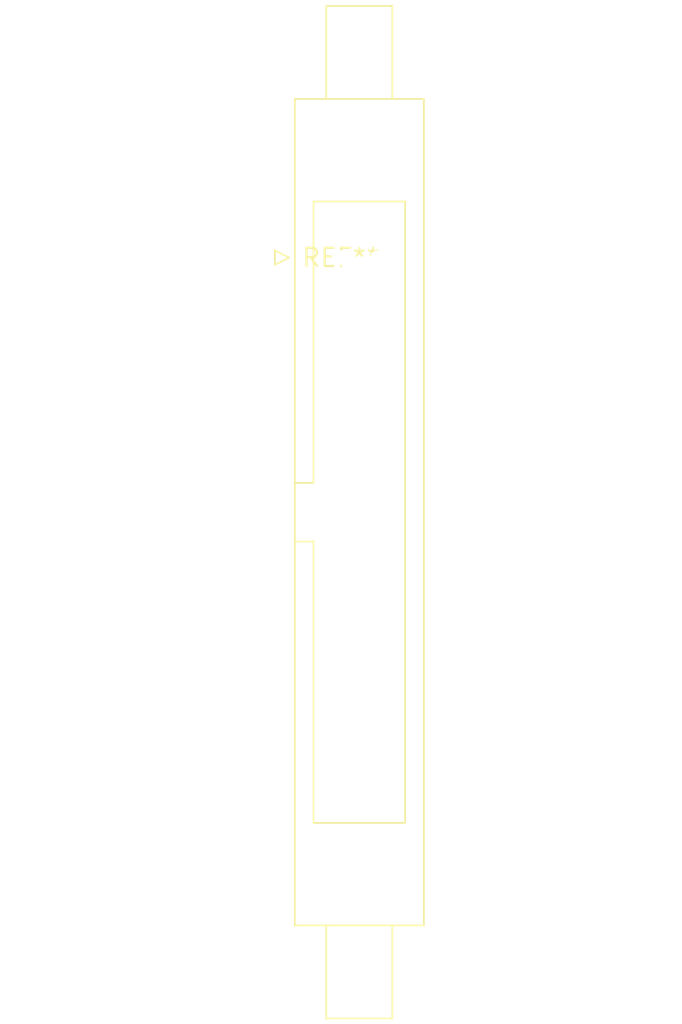
<source format=kicad_pcb>
(kicad_pcb (version 20240108) (generator pcbnew)
  (layers (0 "F.Cu" signal) (31 "B.Cu" signal) (34 "B.Paste" user) (35 "F.Paste" user) (36 "B.SilkS" user "B.Silkscreen") (37 "F.SilkS" user "F.Silkscreen") (38 "B.Mask" user) (39 "F.Mask" user) (44 "Edge.Cuts" user))
  (net 0 "")
  (footprint "IDC-Header_2x15_P2.54mm_Latch6.5mm_Vertical" (layer "F.Cu") (at 0 0)
    (property "Reference" "REF**")
    (property "Value" "IDC-Header_2x15_P2.54mm_Latch6.5mm_Vertical")
    (fp_line (start -4.63 -0.5) (end -4.63 0.5) (layer "F.SilkS") (stroke (width 0.12)))
    (fp_line (start -4.63 0.5) (end -3.63 0) (layer "F.SilkS") (stroke (width 0.12)))
    (fp_line (start -3.63 0) (end -4.63 -0.5) (layer "F.SilkS") (stroke (width 0.12)))
    (fp_line (start -3.24 -11.08) (end 5.78 -11.08) (layer "F.SilkS") (stroke (width 0.12)))
    (fp_line (start -3.24 15.73) (end -1.93 15.73) (layer "F.SilkS") (stroke (width 0.12)))
    (fp_line (start -3.24 46.64) (end -3.24 -11.08) (layer "F.SilkS") (stroke (width 0.12)))
    (fp_line (start -1.93 -3.92) (end 4.47 -3.92) (layer "F.SilkS") (stroke (width 0.12)))
    (fp_line (start -1.93 15.73) (end -1.93 -3.92) (layer "F.SilkS") (stroke (width 0.12)))
    (fp_line (start -1.93 19.83) (end -3.24 19.83) (layer "F.SilkS") (stroke (width 0.12)))
    (fp_line (start -1.93 19.83) (end -1.93 19.83) (layer "F.SilkS") (stroke (width 0.12)))
    (fp_line (start -1.93 39.48) (end -1.93 19.83) (layer "F.SilkS") (stroke (width 0.12)))
    (fp_line (start -1.04 -17.58) (end 3.58 -17.58) (layer "F.SilkS") (stroke (width 0.12)))
    (fp_line (start -1.04 -11.08) (end -1.04 -17.58) (layer "F.SilkS") (stroke (width 0.12)))
    (fp_line (start -1.04 46.64) (end -1.04 53.14) (layer "F.SilkS") (stroke (width 0.12)))
    (fp_line (start -1.04 53.14) (end 3.58 53.14) (layer "F.SilkS") (stroke (width 0.12)))
    (fp_line (start 3.58 -17.58) (end 3.58 -11.08) (layer "F.SilkS") (stroke (width 0.12)))
    (fp_line (start 3.58 53.14) (end 3.58 46.64) (layer "F.SilkS") (stroke (width 0.12)))
    (fp_line (start 4.47 -3.92) (end 4.47 39.48) (layer "F.SilkS") (stroke (width 0.12)))
    (fp_line (start 4.47 39.48) (end -1.93 39.48) (layer "F.SilkS") (stroke (width 0.12)))
    (fp_line (start 5.78 -11.08) (end 5.78 46.64) (layer "F.SilkS") (stroke (width 0.12)))
    (fp_line (start 5.78 46.64) (end -3.24 46.64) (layer "F.SilkS") (stroke (width 0.12)))
    (pad "1" thru_hole roundrect (at 0 0) (size 1.7 1.7) (drill 1) (layers *.Cu *.Mask) (remove_unused_layers) (roundrect_rratio 0.147059))
    (pad "2" thru_hole circle (at 2.54 0) (size 1.7 1.7) (drill 1) (layers *.Cu *.Mask) (remove_unused_layers))
    (pad "3" thru_hole circle (at 0 2.54) (size 1.7 1.7) (drill 1) (layers *.Cu *.Mask) (remove_unused_layers))
    (pad "4" thru_hole circle (at 2.54 2.54) (size 1.7 1.7) (drill 1) (layers *.Cu *.Mask) (remove_unused_layers))
    (pad "5" thru_hole circle (at 0 5.08) (size 1.7 1.7) (drill 1) (layers *.Cu *.Mask) (remove_unused_layers))
    (pad "6" thru_hole circle (at 2.54 5.08) (size 1.7 1.7) (drill 1) (layers *.Cu *.Mask) (remove_unused_layers))
    (pad "7" thru_hole circle (at 0 7.62) (size 1.7 1.7) (drill 1) (layers *.Cu *.Mask) (remove_unused_layers))
    (pad "8" thru_hole circle (at 2.54 7.62) (size 1.7 1.7) (drill 1) (layers *.Cu *.Mask) (remove_unused_layers))
    (pad "9" thru_hole circle (at 0 10.16) (size 1.7 1.7) (drill 1) (layers *.Cu *.Mask) (remove_unused_layers))
    (pad "10" thru_hole circle (at 2.54 10.16) (size 1.7 1.7) (drill 1) (layers *.Cu *.Mask) (remove_unused_layers))
    (pad "11" thru_hole circle (at 0 12.7) (size 1.7 1.7) (drill 1) (layers *.Cu *.Mask) (remove_unused_layers))
    (pad "12" thru_hole circle (at 2.54 12.7) (size 1.7 1.7) (drill 1) (layers *.Cu *.Mask) (remove_unused_layers))
    (pad "13" thru_hole circle (at 0 15.24) (size 1.7 1.7) (drill 1) (layers *.Cu *.Mask) (remove_unused_layers))
    (pad "14" thru_hole circle (at 2.54 15.24) (size 1.7 1.7) (drill 1) (layers *.Cu *.Mask) (remove_unused_layers))
    (pad "15" thru_hole circle (at 0 17.78) (size 1.7 1.7) (drill 1) (layers *.Cu *.Mask) (remove_unused_layers))
    (pad "16" thru_hole circle (at 2.54 17.78) (size 1.7 1.7) (drill 1) (layers *.Cu *.Mask) (remove_unused_layers))
    (pad "17" thru_hole circle (at 0 20.32) (size 1.7 1.7) (drill 1) (layers *.Cu *.Mask) (remove_unused_layers))
    (pad "18" thru_hole circle (at 2.54 20.32) (size 1.7 1.7) (drill 1) (layers *.Cu *.Mask) (remove_unused_layers))
    (pad "19" thru_hole circle (at 0 22.86) (size 1.7 1.7) (drill 1) (layers *.Cu *.Mask) (remove_unused_layers))
    (pad "20" thru_hole circle (at 2.54 22.86) (size 1.7 1.7) (drill 1) (layers *.Cu *.Mask) (remove_unused_layers))
    (pad "21" thru_hole circle (at 0 25.4) (size 1.7 1.7) (drill 1) (layers *.Cu *.Mask) (remove_unused_layers))
    (pad "22" thru_hole circle (at 2.54 25.4) (size 1.7 1.7) (drill 1) (layers *.Cu *.Mask) (remove_unused_layers))
    (pad "23" thru_hole circle (at 0 27.94) (size 1.7 1.7) (drill 1) (layers *.Cu *.Mask) (remove_unused_layers))
    (pad "24" thru_hole circle (at 2.54 27.94) (size 1.7 1.7) (drill 1) (layers *.Cu *.Mask) (remove_unused_layers))
    (pad "25" thru_hole circle (at 0 30.48) (size 1.7 1.7) (drill 1) (layers *.Cu *.Mask) (remove_unused_layers))
    (pad "26" thru_hole circle (at 2.54 30.48) (size 1.7 1.7) (drill 1) (layers *.Cu *.Mask) (remove_unused_layers))
    (pad "27" thru_hole circle (at 0 33.02) (size 1.7 1.7) (drill 1) (layers *.Cu *.Mask) (remove_unused_layers))
    (pad "28" thru_hole circle (at 2.54 33.02) (size 1.7 1.7) (drill 1) (layers *.Cu *.Mask) (remove_unused_layers))
    (pad "29" thru_hole circle (at 0 35.56) (size 1.7 1.7) (drill 1) (layers *.Cu *.Mask) (remove_unused_layers))
    (pad "30" thru_hole circle (at 2.54 35.56) (size 1.7 1.7) (drill 1) (layers *.Cu *.Mask) (remove_unused_layers))
  )
)
</source>
